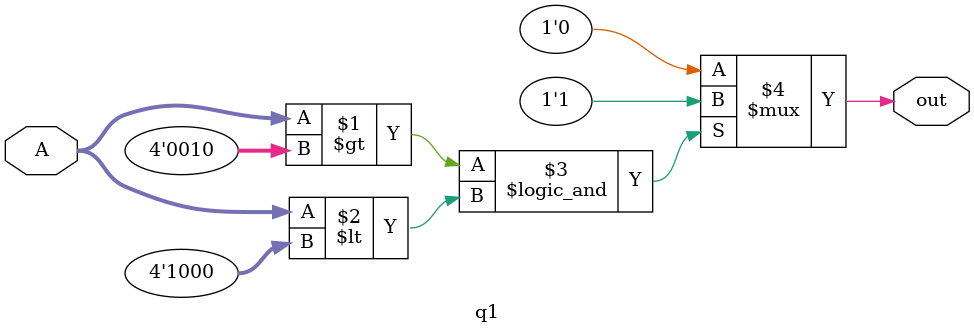
<source format=v>
module q1 
        (
        	input [3:0] A,
        	output out
        	);

        assign out = ((A > 4'b0010) && (A < 4'b1000)) ? 1'b1 : 1'b0 ;

endmodule        

</source>
